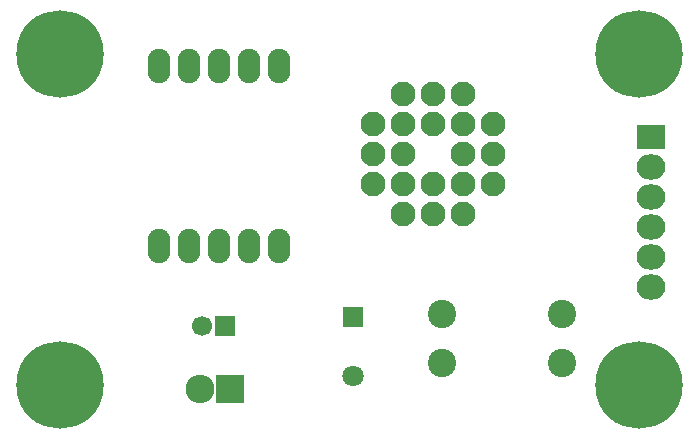
<source format=gbs>
G04 #@! TF.FileFunction,Soldermask,Bot*
%FSLAX46Y46*%
G04 Gerber Fmt 4.6, Leading zero omitted, Abs format (unit mm)*
G04 Created by KiCad (PCBNEW 4.0.4+e1-6308~48~ubuntu16.04.1-stable) date Fri Oct 14 16:45:37 2016*
%MOMM*%
%LPD*%
G01*
G04 APERTURE LIST*
%ADD10C,0.100000*%
%ADD11R,1.700000X1.700000*%
%ADD12C,1.700000*%
%ADD13R,1.800000X1.800000*%
%ADD14C,1.800000*%
%ADD15R,2.432000X2.127200*%
%ADD16O,2.432000X2.127200*%
%ADD17R,2.432000X2.432000*%
%ADD18O,2.432000X2.432000*%
%ADD19C,2.398980*%
%ADD20O,1.924000X2.924000*%
%ADD21C,2.099260*%
%ADD22C,7.400000*%
G04 APERTURE END LIST*
D10*
D11*
X150950000Y-126060000D03*
D12*
X148950000Y-126060000D03*
D13*
X161800000Y-125260000D03*
D14*
X161800000Y-130260000D03*
D15*
X187000000Y-110000000D03*
D16*
X187000000Y-112540000D03*
X187000000Y-115080000D03*
X187000000Y-117620000D03*
X187000000Y-120160000D03*
X187000000Y-122700000D03*
D17*
X151380000Y-131320000D03*
D18*
X148840000Y-131320000D03*
D19*
X169350000Y-129170000D03*
X179510000Y-129170000D03*
X179490000Y-124990000D03*
X169330000Y-124990000D03*
D20*
X145340000Y-119280000D03*
X147880000Y-119280000D03*
X150420000Y-119280000D03*
X152960000Y-119280000D03*
X155500000Y-119280000D03*
X155500000Y-104040000D03*
X152960000Y-104040000D03*
X150420000Y-104040000D03*
X147880000Y-104040000D03*
X145340000Y-104040000D03*
D21*
X168537341Y-116539200D03*
X168537341Y-113999200D03*
X171077341Y-116539200D03*
X173617341Y-113999200D03*
X171077341Y-113999200D03*
X173617341Y-111459200D03*
X171077341Y-111459200D03*
X173617341Y-108919200D03*
X171077341Y-106379200D03*
X171077341Y-108919200D03*
X168537341Y-106379200D03*
X168537341Y-108919200D03*
X165997341Y-106379200D03*
X163457341Y-108919200D03*
X165997341Y-108919200D03*
X163457341Y-111459200D03*
X165997341Y-111459200D03*
X163457341Y-113999200D03*
X165997341Y-116539200D03*
X165997341Y-113999200D03*
D22*
X137000000Y-103000000D03*
X186000000Y-103000000D03*
X137000000Y-131000000D03*
X186000000Y-131000000D03*
M02*

</source>
